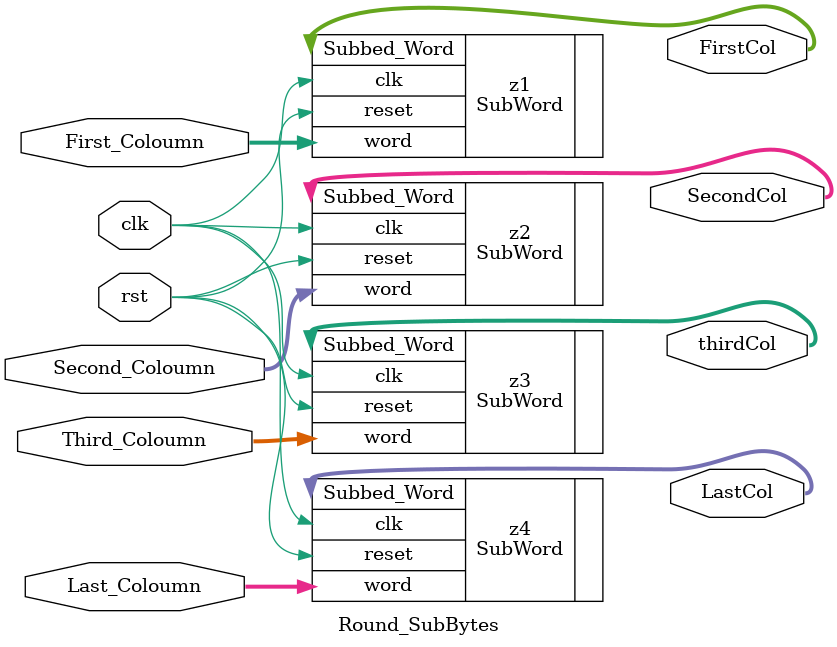
<source format=v>
`timescale 1ns / 1ps


module Round_SubBytes
    (
        output [31:0] LastCol,thirdCol,SecondCol,FirstCol,
        input [31:0] Last_Coloumn,Third_Coloumn,Second_Coloumn,First_Coloumn,
        input clk,rst
    );
    SubWord z4
    (.Subbed_Word(LastCol),.word(Last_Coloumn),.clk(clk),.reset(rst));
    SubWord z3
    (.Subbed_Word(thirdCol),.word(Third_Coloumn),.clk(clk),.reset(rst));
    SubWord z2
    (.Subbed_Word(SecondCol),.word(Second_Coloumn),.clk(clk),.reset(rst));
    SubWord z1
    (.Subbed_Word(FirstCol),.word(First_Coloumn),.clk(clk),.reset(rst));
//could be optimized by using state machine 
/* 1)create 4x1 mux (out of 31 byte) 
    2)FSM 
        input clk,rst
        output [1:0] sek
        input coloumn,out_coloum if (coloumn[last byte]!=outcoloumn[last byte])
        then  switch sel 0->1->2->3
        need to think more here          */
endmodule

</source>
